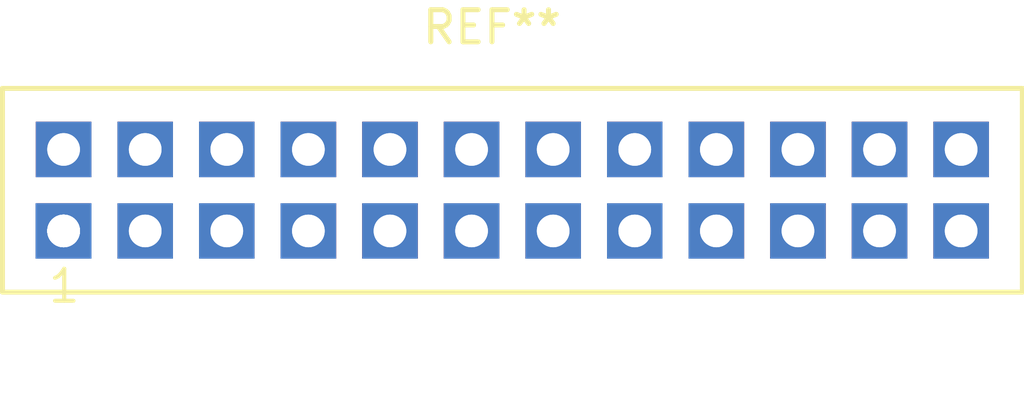
<source format=kicad_pcb>
(kicad_pcb (version 4) (host pcbnew 4.0.6-e0-6349~53~ubuntu16.04.1)

  (general
    (links 0)
    (no_connects 0)
    (area 0 0 0 0)
    (thickness 1.6)
    (drawings 0)
    (tracks 0)
    (zones 0)
    (modules 2)
    (nets 1)
  )

  (page A4)
  (layers
    (0 F.Cu signal)
    (31 B.Cu signal)
    (32 B.Adhes user)
    (33 F.Adhes user)
    (34 B.Paste user)
    (35 F.Paste user)
    (36 B.SilkS user)
    (37 F.SilkS user)
    (38 B.Mask user)
    (39 F.Mask user)
    (40 Dwgs.User user)
    (41 Cmts.User user)
    (42 Eco1.User user)
    (43 Eco2.User user)
    (44 Edge.Cuts user)
    (45 Margin user)
    (46 B.CrtYd user)
    (47 F.CrtYd user)
    (48 B.Fab user)
    (49 F.Fab user)
  )

  (setup
    (last_trace_width 0.25)
    (trace_clearance 0.2)
    (zone_clearance 0.508)
    (zone_45_only no)
    (trace_min 0.2)
    (segment_width 0.2)
    (edge_width 0.15)
    (via_size 0.6)
    (via_drill 0.4)
    (via_min_size 0.4)
    (via_min_drill 0.3)
    (uvia_size 0.3)
    (uvia_drill 0.1)
    (uvias_allowed no)
    (uvia_min_size 0.2)
    (uvia_min_drill 0.1)
    (pcb_text_width 0.3)
    (pcb_text_size 1.5 1.5)
    (mod_edge_width 0.15)
    (mod_text_size 1 1)
    (mod_text_width 0.15)
    (pad_size 1.524 1.524)
    (pad_drill 0.762)
    (pad_to_mask_clearance 0.2)
    (aux_axis_origin 0 0)
    (visible_elements FFFFFF7F)
    (pcbplotparams
      (layerselection 0x00030_80000001)
      (usegerberextensions false)
      (excludeedgelayer true)
      (linewidth 0.150000)
      (plotframeref false)
      (viasonmask false)
      (mode 1)
      (useauxorigin false)
      (hpglpennumber 1)
      (hpglpenspeed 20)
      (hpglpendiameter 15)
      (hpglpenoverlay 2)
      (psnegative false)
      (psa4output false)
      (plotreference true)
      (plotvalue true)
      (plotinvisibletext false)
      (padsonsilk false)
      (subtractmaskfromsilk false)
      (outputformat 1)
      (mirror false)
      (drillshape 1)
      (scaleselection 1)
      (outputdirectory ""))
  )

  (net 0 "")

  (net_class Default "This is the default net class."
    (clearance 0.2)
    (trace_width 0.25)
    (via_dia 0.6)
    (via_drill 0.4)
    (uvia_dia 0.3)
    (uvia_drill 0.1)
  )

  (module Connectors:IDC_Header_Straight_20pins (layer F.Cu) (tedit 5942A62C) (tstamp 5952F7EF)
    (at 0 0)
    (descr "20 pins through hole IDC header")
    (tags "IDC header socket VASCH")
    (fp_text reference REF** (at -0.635 -9.525) (layer F.SilkS)
      (effects (font (size 1 1) (thickness 0.15)))
    )
    (fp_text value ATX_Wire_On_Board (at 0.635 1.413) (layer F.Fab)
      (effects (font (size 1 1) (thickness 0.15)))
    )
    (fp_line (start -15.875 -7.62) (end 15.875 -7.62) (layer F.SilkS) (width 0.15))
    (fp_line (start 15.875 -7.62) (end 15.875 -1.27) (layer F.SilkS) (width 0.15))
    (fp_line (start 15.875 -1.27) (end -15.875 -1.27) (layer F.SilkS) (width 0.15))
    (fp_line (start -15.875 -1.27) (end -15.875 -7.62) (layer F.SilkS) (width 0.15))
    (fp_text user 1 (at -13.95 -1.455) (layer F.SilkS)
      (effects (font (size 1 1) (thickness 0.12)))
    )
    (pad 24 thru_hole rect (at 13.97 -5.715) (size 1.7272 1.7272) (drill 1.016) (layers *.Cu *.Mask))
    (pad 23 thru_hole rect (at 11.43 -5.715) (size 1.7272 1.7272) (drill 1.016) (layers *.Cu *.Mask))
    (pad 22 thru_hole rect (at 8.89 -5.715) (size 1.7272 1.7272) (drill 1.016) (layers *.Cu *.Mask))
    (pad 21 thru_hole rect (at 6.35 -5.715) (size 1.7272 1.7272) (drill 1.016) (layers *.Cu *.Mask))
    (pad 17 thru_hole rect (at -3.81 -5.715) (size 1.7272 1.7272) (drill 1.016) (layers *.Cu *.Mask))
    (pad 19 thru_hole rect (at 1.27 -5.715) (size 1.7272 1.7272) (drill 1.016) (layers *.Cu *.Mask))
    (pad 20 thru_hole rect (at 3.81 -5.715) (size 1.7272 1.7272) (drill 1.016) (layers *.Cu *.Mask))
    (pad 18 thru_hole rect (at -1.27 -5.715) (size 1.7272 1.7272) (drill 1.016) (layers *.Cu *.Mask))
    (pad 16 thru_hole rect (at -6.35 -5.715) (size 1.7272 1.7272) (drill 1.016) (layers *.Cu *.Mask))
    (pad 14 thru_hole rect (at -11.43 -5.715) (size 1.7272 1.7272) (drill 1.016) (layers *.Cu *.Mask))
    (pad 12 thru_hole rect (at 13.97 -3.175) (size 1.7272 1.7272) (drill 1.016) (layers *.Cu *.Mask))
    (pad 15 thru_hole rect (at -8.89 -5.715) (size 1.7272 1.7272) (drill 1.016) (layers *.Cu *.Mask))
    (pad 13 thru_hole rect (at -13.97 -5.715) (size 1.7272 1.7272) (drill 1.016) (layers *.Cu *.Mask))
    (pad 11 thru_hole rect (at 11.43 -3.175) (size 1.7272 1.7272) (drill 1.016) (layers *.Cu *.Mask))
    (pad 9 thru_hole rect (at 6.35 -3.175) (size 1.7272 1.7272) (drill 1.016) (layers *.Cu *.Mask))
    (pad 7 thru_hole rect (at 1.27 -3.175) (size 1.7272 1.7272) (drill 1.016) (layers *.Cu *.Mask))
    (pad 5 thru_hole rect (at -3.81 -3.175) (size 1.7272 1.7272) (drill 1.016) (layers *.Cu *.Mask))
    (pad 3 thru_hole rect (at -8.89 -3.175) (size 1.7272 1.7272) (drill 1.016) (layers *.Cu *.Mask))
    (pad 6 thru_hole rect (at -1.27 -3.175) (size 1.7272 1.7272) (drill 1.016) (layers *.Cu *.Mask))
    (pad 10 thru_hole rect (at 8.89 -3.175) (size 1.7272 1.7272) (drill 1.016) (layers *.Cu *.Mask))
    (pad 8 thru_hole rect (at 3.81 -3.175) (size 1.7272 1.7272) (drill 1.016) (layers *.Cu *.Mask))
    (pad 4 thru_hole rect (at -6.35 -3.175) (size 1.7272 1.7272) (drill 1.016) (layers *.Cu *.Mask))
    (pad 2 thru_hole rect (at -11.43 -3.175) (size 1.7272 1.7272) (drill 1.016) (layers *.Cu *.Mask))
    (pad 1 thru_hole rect (at -13.97 -3.175) (size 1.7272 1.7272) (drill 1.016) (layers *.Cu *.Mask))
    (pad 1 thru_hole rect (at -13.97 -3.175) (size 1.7272 1.7272) (drill 1.016) (layers *.Cu *.Mask))
    (pad 1 thru_hole rect (at -13.97 -3.175) (size 1.7272 1.7272) (drill 1.016) (layers *.Cu *.Mask))
    (pad 1 thru_hole rect (at -13.97 -3.175) (size 1.7272 1.7272) (drill 1.016) (layers *.Cu *.Mask))
  )

  (module Connectors:IDC_Header_Straight_20pins (layer F.Cu) (tedit 5942A62C) (tstamp 5952F7CB)
    (at 0 0)
    (descr "20 pins through hole IDC header")
    (tags "IDC header socket VASCH")
    (fp_text reference REF** (at -0.635 -9.525) (layer F.SilkS)
      (effects (font (size 1 1) (thickness 0.15)))
    )
    (fp_text value ATX_Wire_On_Board (at 0.635 1.413) (layer F.Fab)
      (effects (font (size 1 1) (thickness 0.15)))
    )
    (fp_line (start -15.875 -7.62) (end 15.875 -7.62) (layer F.SilkS) (width 0.15))
    (fp_line (start 15.875 -7.62) (end 15.875 -1.27) (layer F.SilkS) (width 0.15))
    (fp_line (start 15.875 -1.27) (end -15.875 -1.27) (layer F.SilkS) (width 0.15))
    (fp_line (start -15.875 -1.27) (end -15.875 -7.62) (layer F.SilkS) (width 0.15))
    (fp_text user 1 (at -13.95 -1.455) (layer F.SilkS)
      (effects (font (size 1 1) (thickness 0.12)))
    )
    (pad 24 thru_hole rect (at 13.97 -5.715) (size 1.7272 1.7272) (drill 1.016) (layers *.Cu *.Mask))
    (pad 23 thru_hole rect (at 11.43 -5.715) (size 1.7272 1.7272) (drill 1.016) (layers *.Cu *.Mask))
    (pad 22 thru_hole rect (at 8.89 -5.715) (size 1.7272 1.7272) (drill 1.016) (layers *.Cu *.Mask))
    (pad 21 thru_hole rect (at 6.35 -5.715) (size 1.7272 1.7272) (drill 1.016) (layers *.Cu *.Mask))
    (pad 17 thru_hole rect (at -3.81 -5.715) (size 1.7272 1.7272) (drill 1.016) (layers *.Cu *.Mask))
    (pad 19 thru_hole rect (at 1.27 -5.715) (size 1.7272 1.7272) (drill 1.016) (layers *.Cu *.Mask))
    (pad 20 thru_hole rect (at 3.81 -5.715) (size 1.7272 1.7272) (drill 1.016) (layers *.Cu *.Mask))
    (pad 18 thru_hole rect (at -1.27 -5.715) (size 1.7272 1.7272) (drill 1.016) (layers *.Cu *.Mask))
    (pad 16 thru_hole rect (at -6.35 -5.715) (size 1.7272 1.7272) (drill 1.016) (layers *.Cu *.Mask))
    (pad 14 thru_hole rect (at -11.43 -5.715) (size 1.7272 1.7272) (drill 1.016) (layers *.Cu *.Mask))
    (pad 12 thru_hole rect (at 13.97 -3.175) (size 1.7272 1.7272) (drill 1.016) (layers *.Cu *.Mask))
    (pad 15 thru_hole rect (at -8.89 -5.715) (size 1.7272 1.7272) (drill 1.016) (layers *.Cu *.Mask))
    (pad 13 thru_hole rect (at -13.97 -5.715) (size 1.7272 1.7272) (drill 1.016) (layers *.Cu *.Mask))
    (pad 11 thru_hole rect (at 11.43 -3.175) (size 1.7272 1.7272) (drill 1.016) (layers *.Cu *.Mask))
    (pad 9 thru_hole rect (at 6.35 -3.175) (size 1.7272 1.7272) (drill 1.016) (layers *.Cu *.Mask))
    (pad 7 thru_hole rect (at 1.27 -3.175) (size 1.7272 1.7272) (drill 1.016) (layers *.Cu *.Mask))
    (pad 5 thru_hole rect (at -3.81 -3.175) (size 1.7272 1.7272) (drill 1.016) (layers *.Cu *.Mask))
    (pad 3 thru_hole rect (at -8.89 -3.175) (size 1.7272 1.7272) (drill 1.016) (layers *.Cu *.Mask))
    (pad 6 thru_hole rect (at -1.27 -3.175) (size 1.7272 1.7272) (drill 1.016) (layers *.Cu *.Mask))
    (pad 10 thru_hole rect (at 8.89 -3.175) (size 1.7272 1.7272) (drill 1.016) (layers *.Cu *.Mask))
    (pad 8 thru_hole rect (at 3.81 -3.175) (size 1.7272 1.7272) (drill 1.016) (layers *.Cu *.Mask))
    (pad 4 thru_hole rect (at -6.35 -3.175) (size 1.7272 1.7272) (drill 1.016) (layers *.Cu *.Mask))
    (pad 2 thru_hole rect (at -11.43 -3.175) (size 1.7272 1.7272) (drill 1.016) (layers *.Cu *.Mask))
    (pad 1 thru_hole rect (at -13.97 -3.175) (size 1.7272 1.7272) (drill 1.016) (layers *.Cu *.Mask))
    (pad 1 thru_hole rect (at -13.97 -3.175) (size 1.7272 1.7272) (drill 1.016) (layers *.Cu *.Mask))
    (pad 1 thru_hole rect (at -13.97 -3.175) (size 1.7272 1.7272) (drill 1.016) (layers *.Cu *.Mask))
    (pad 1 thru_hole rect (at -13.97 -3.175) (size 1.7272 1.7272) (drill 1.016) (layers *.Cu *.Mask))
  )

)

</source>
